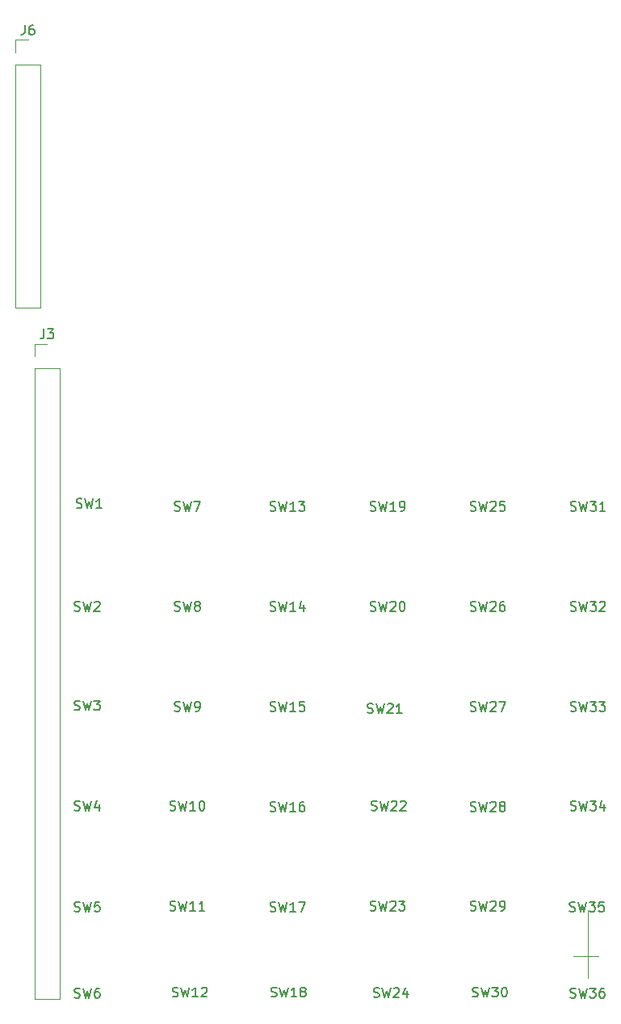
<source format=gbr>
G04 #@! TF.GenerationSoftware,KiCad,Pcbnew,5.1.5+dfsg1-2build2*
G04 #@! TF.CreationDate,2021-11-13T06:25:14+00:00*
G04 #@! TF.ProjectId,psion-org2-main,7073696f-6e2d-46f7-9267-322d6d61696e,rev?*
G04 #@! TF.SameCoordinates,Original*
G04 #@! TF.FileFunction,Legend,Top*
G04 #@! TF.FilePolarity,Positive*
%FSLAX46Y46*%
G04 Gerber Fmt 4.6, Leading zero omitted, Abs format (unit mm)*
G04 Created by KiCad (PCBNEW 5.1.5+dfsg1-2build2) date 2021-11-13 06:25:14*
%MOMM*%
%LPD*%
G04 APERTURE LIST*
%ADD10C,0.120000*%
%ADD11C,0.150000*%
G04 APERTURE END LIST*
D10*
X199900000Y-156700000D02*
X197300000Y-156700000D01*
X198800000Y-159000000D02*
X198800000Y-151900000D01*
X198800000Y-155100000D02*
X198800000Y-159000000D01*
X140770000Y-92530000D02*
X142100000Y-92530000D01*
X140770000Y-93860000D02*
X140770000Y-92530000D01*
X140770000Y-95130000D02*
X143430000Y-95130000D01*
X143430000Y-95130000D02*
X143430000Y-161230000D01*
X140770000Y-95130000D02*
X140770000Y-161230000D01*
X140770000Y-161230000D02*
X143430000Y-161230000D01*
X138770000Y-60670000D02*
X140100000Y-60670000D01*
X138770000Y-62000000D02*
X138770000Y-60670000D01*
X138770000Y-63270000D02*
X141430000Y-63270000D01*
X141430000Y-63270000D02*
X141430000Y-88730000D01*
X138770000Y-63270000D02*
X138770000Y-88730000D01*
X138770000Y-88730000D02*
X141430000Y-88730000D01*
D11*
X141766666Y-90982380D02*
X141766666Y-91696666D01*
X141719047Y-91839523D01*
X141623809Y-91934761D01*
X141480952Y-91982380D01*
X141385714Y-91982380D01*
X142147619Y-90982380D02*
X142766666Y-90982380D01*
X142433333Y-91363333D01*
X142576190Y-91363333D01*
X142671428Y-91410952D01*
X142719047Y-91458571D01*
X142766666Y-91553809D01*
X142766666Y-91791904D01*
X142719047Y-91887142D01*
X142671428Y-91934761D01*
X142576190Y-91982380D01*
X142290476Y-91982380D01*
X142195238Y-91934761D01*
X142147619Y-91887142D01*
X139766666Y-59122380D02*
X139766666Y-59836666D01*
X139719047Y-59979523D01*
X139623809Y-60074761D01*
X139480952Y-60122380D01*
X139385714Y-60122380D01*
X140671428Y-59122380D02*
X140480952Y-59122380D01*
X140385714Y-59170000D01*
X140338095Y-59217619D01*
X140242857Y-59360476D01*
X140195238Y-59550952D01*
X140195238Y-59931904D01*
X140242857Y-60027142D01*
X140290476Y-60074761D01*
X140385714Y-60122380D01*
X140576190Y-60122380D01*
X140671428Y-60074761D01*
X140719047Y-60027142D01*
X140766666Y-59931904D01*
X140766666Y-59693809D01*
X140719047Y-59598571D01*
X140671428Y-59550952D01*
X140576190Y-59503333D01*
X140385714Y-59503333D01*
X140290476Y-59550952D01*
X140242857Y-59598571D01*
X140195238Y-59693809D01*
X196990476Y-110004761D02*
X197133333Y-110052380D01*
X197371428Y-110052380D01*
X197466666Y-110004761D01*
X197514285Y-109957142D01*
X197561904Y-109861904D01*
X197561904Y-109766666D01*
X197514285Y-109671428D01*
X197466666Y-109623809D01*
X197371428Y-109576190D01*
X197180952Y-109528571D01*
X197085714Y-109480952D01*
X197038095Y-109433333D01*
X196990476Y-109338095D01*
X196990476Y-109242857D01*
X197038095Y-109147619D01*
X197085714Y-109100000D01*
X197180952Y-109052380D01*
X197419047Y-109052380D01*
X197561904Y-109100000D01*
X197895238Y-109052380D02*
X198133333Y-110052380D01*
X198323809Y-109338095D01*
X198514285Y-110052380D01*
X198752380Y-109052380D01*
X199038095Y-109052380D02*
X199657142Y-109052380D01*
X199323809Y-109433333D01*
X199466666Y-109433333D01*
X199561904Y-109480952D01*
X199609523Y-109528571D01*
X199657142Y-109623809D01*
X199657142Y-109861904D01*
X199609523Y-109957142D01*
X199561904Y-110004761D01*
X199466666Y-110052380D01*
X199180952Y-110052380D01*
X199085714Y-110004761D01*
X199038095Y-109957142D01*
X200609523Y-110052380D02*
X200038095Y-110052380D01*
X200323809Y-110052380D02*
X200323809Y-109052380D01*
X200228571Y-109195238D01*
X200133333Y-109290476D01*
X200038095Y-109338095D01*
X196940476Y-161054761D02*
X197083333Y-161102380D01*
X197321428Y-161102380D01*
X197416666Y-161054761D01*
X197464285Y-161007142D01*
X197511904Y-160911904D01*
X197511904Y-160816666D01*
X197464285Y-160721428D01*
X197416666Y-160673809D01*
X197321428Y-160626190D01*
X197130952Y-160578571D01*
X197035714Y-160530952D01*
X196988095Y-160483333D01*
X196940476Y-160388095D01*
X196940476Y-160292857D01*
X196988095Y-160197619D01*
X197035714Y-160150000D01*
X197130952Y-160102380D01*
X197369047Y-160102380D01*
X197511904Y-160150000D01*
X197845238Y-160102380D02*
X198083333Y-161102380D01*
X198273809Y-160388095D01*
X198464285Y-161102380D01*
X198702380Y-160102380D01*
X198988095Y-160102380D02*
X199607142Y-160102380D01*
X199273809Y-160483333D01*
X199416666Y-160483333D01*
X199511904Y-160530952D01*
X199559523Y-160578571D01*
X199607142Y-160673809D01*
X199607142Y-160911904D01*
X199559523Y-161007142D01*
X199511904Y-161054761D01*
X199416666Y-161102380D01*
X199130952Y-161102380D01*
X199035714Y-161054761D01*
X198988095Y-161007142D01*
X200464285Y-160102380D02*
X200273809Y-160102380D01*
X200178571Y-160150000D01*
X200130952Y-160197619D01*
X200035714Y-160340476D01*
X199988095Y-160530952D01*
X199988095Y-160911904D01*
X200035714Y-161007142D01*
X200083333Y-161054761D01*
X200178571Y-161102380D01*
X200369047Y-161102380D01*
X200464285Y-161054761D01*
X200511904Y-161007142D01*
X200559523Y-160911904D01*
X200559523Y-160673809D01*
X200511904Y-160578571D01*
X200464285Y-160530952D01*
X200369047Y-160483333D01*
X200178571Y-160483333D01*
X200083333Y-160530952D01*
X200035714Y-160578571D01*
X199988095Y-160673809D01*
X196890476Y-152004761D02*
X197033333Y-152052380D01*
X197271428Y-152052380D01*
X197366666Y-152004761D01*
X197414285Y-151957142D01*
X197461904Y-151861904D01*
X197461904Y-151766666D01*
X197414285Y-151671428D01*
X197366666Y-151623809D01*
X197271428Y-151576190D01*
X197080952Y-151528571D01*
X196985714Y-151480952D01*
X196938095Y-151433333D01*
X196890476Y-151338095D01*
X196890476Y-151242857D01*
X196938095Y-151147619D01*
X196985714Y-151100000D01*
X197080952Y-151052380D01*
X197319047Y-151052380D01*
X197461904Y-151100000D01*
X197795238Y-151052380D02*
X198033333Y-152052380D01*
X198223809Y-151338095D01*
X198414285Y-152052380D01*
X198652380Y-151052380D01*
X198938095Y-151052380D02*
X199557142Y-151052380D01*
X199223809Y-151433333D01*
X199366666Y-151433333D01*
X199461904Y-151480952D01*
X199509523Y-151528571D01*
X199557142Y-151623809D01*
X199557142Y-151861904D01*
X199509523Y-151957142D01*
X199461904Y-152004761D01*
X199366666Y-152052380D01*
X199080952Y-152052380D01*
X198985714Y-152004761D01*
X198938095Y-151957142D01*
X200461904Y-151052380D02*
X199985714Y-151052380D01*
X199938095Y-151528571D01*
X199985714Y-151480952D01*
X200080952Y-151433333D01*
X200319047Y-151433333D01*
X200414285Y-151480952D01*
X200461904Y-151528571D01*
X200509523Y-151623809D01*
X200509523Y-151861904D01*
X200461904Y-151957142D01*
X200414285Y-152004761D01*
X200319047Y-152052380D01*
X200080952Y-152052380D01*
X199985714Y-152004761D01*
X199938095Y-151957142D01*
X196990476Y-141404761D02*
X197133333Y-141452380D01*
X197371428Y-141452380D01*
X197466666Y-141404761D01*
X197514285Y-141357142D01*
X197561904Y-141261904D01*
X197561904Y-141166666D01*
X197514285Y-141071428D01*
X197466666Y-141023809D01*
X197371428Y-140976190D01*
X197180952Y-140928571D01*
X197085714Y-140880952D01*
X197038095Y-140833333D01*
X196990476Y-140738095D01*
X196990476Y-140642857D01*
X197038095Y-140547619D01*
X197085714Y-140500000D01*
X197180952Y-140452380D01*
X197419047Y-140452380D01*
X197561904Y-140500000D01*
X197895238Y-140452380D02*
X198133333Y-141452380D01*
X198323809Y-140738095D01*
X198514285Y-141452380D01*
X198752380Y-140452380D01*
X199038095Y-140452380D02*
X199657142Y-140452380D01*
X199323809Y-140833333D01*
X199466666Y-140833333D01*
X199561904Y-140880952D01*
X199609523Y-140928571D01*
X199657142Y-141023809D01*
X199657142Y-141261904D01*
X199609523Y-141357142D01*
X199561904Y-141404761D01*
X199466666Y-141452380D01*
X199180952Y-141452380D01*
X199085714Y-141404761D01*
X199038095Y-141357142D01*
X200514285Y-140785714D02*
X200514285Y-141452380D01*
X200276190Y-140404761D02*
X200038095Y-141119047D01*
X200657142Y-141119047D01*
X196990476Y-131004761D02*
X197133333Y-131052380D01*
X197371428Y-131052380D01*
X197466666Y-131004761D01*
X197514285Y-130957142D01*
X197561904Y-130861904D01*
X197561904Y-130766666D01*
X197514285Y-130671428D01*
X197466666Y-130623809D01*
X197371428Y-130576190D01*
X197180952Y-130528571D01*
X197085714Y-130480952D01*
X197038095Y-130433333D01*
X196990476Y-130338095D01*
X196990476Y-130242857D01*
X197038095Y-130147619D01*
X197085714Y-130100000D01*
X197180952Y-130052380D01*
X197419047Y-130052380D01*
X197561904Y-130100000D01*
X197895238Y-130052380D02*
X198133333Y-131052380D01*
X198323809Y-130338095D01*
X198514285Y-131052380D01*
X198752380Y-130052380D01*
X199038095Y-130052380D02*
X199657142Y-130052380D01*
X199323809Y-130433333D01*
X199466666Y-130433333D01*
X199561904Y-130480952D01*
X199609523Y-130528571D01*
X199657142Y-130623809D01*
X199657142Y-130861904D01*
X199609523Y-130957142D01*
X199561904Y-131004761D01*
X199466666Y-131052380D01*
X199180952Y-131052380D01*
X199085714Y-131004761D01*
X199038095Y-130957142D01*
X199990476Y-130052380D02*
X200609523Y-130052380D01*
X200276190Y-130433333D01*
X200419047Y-130433333D01*
X200514285Y-130480952D01*
X200561904Y-130528571D01*
X200609523Y-130623809D01*
X200609523Y-130861904D01*
X200561904Y-130957142D01*
X200514285Y-131004761D01*
X200419047Y-131052380D01*
X200133333Y-131052380D01*
X200038095Y-131004761D01*
X199990476Y-130957142D01*
X196990476Y-120504761D02*
X197133333Y-120552380D01*
X197371428Y-120552380D01*
X197466666Y-120504761D01*
X197514285Y-120457142D01*
X197561904Y-120361904D01*
X197561904Y-120266666D01*
X197514285Y-120171428D01*
X197466666Y-120123809D01*
X197371428Y-120076190D01*
X197180952Y-120028571D01*
X197085714Y-119980952D01*
X197038095Y-119933333D01*
X196990476Y-119838095D01*
X196990476Y-119742857D01*
X197038095Y-119647619D01*
X197085714Y-119600000D01*
X197180952Y-119552380D01*
X197419047Y-119552380D01*
X197561904Y-119600000D01*
X197895238Y-119552380D02*
X198133333Y-120552380D01*
X198323809Y-119838095D01*
X198514285Y-120552380D01*
X198752380Y-119552380D01*
X199038095Y-119552380D02*
X199657142Y-119552380D01*
X199323809Y-119933333D01*
X199466666Y-119933333D01*
X199561904Y-119980952D01*
X199609523Y-120028571D01*
X199657142Y-120123809D01*
X199657142Y-120361904D01*
X199609523Y-120457142D01*
X199561904Y-120504761D01*
X199466666Y-120552380D01*
X199180952Y-120552380D01*
X199085714Y-120504761D01*
X199038095Y-120457142D01*
X200038095Y-119647619D02*
X200085714Y-119600000D01*
X200180952Y-119552380D01*
X200419047Y-119552380D01*
X200514285Y-119600000D01*
X200561904Y-119647619D01*
X200609523Y-119742857D01*
X200609523Y-119838095D01*
X200561904Y-119980952D01*
X199990476Y-120552380D01*
X200609523Y-120552380D01*
X186690476Y-160954761D02*
X186833333Y-161002380D01*
X187071428Y-161002380D01*
X187166666Y-160954761D01*
X187214285Y-160907142D01*
X187261904Y-160811904D01*
X187261904Y-160716666D01*
X187214285Y-160621428D01*
X187166666Y-160573809D01*
X187071428Y-160526190D01*
X186880952Y-160478571D01*
X186785714Y-160430952D01*
X186738095Y-160383333D01*
X186690476Y-160288095D01*
X186690476Y-160192857D01*
X186738095Y-160097619D01*
X186785714Y-160050000D01*
X186880952Y-160002380D01*
X187119047Y-160002380D01*
X187261904Y-160050000D01*
X187595238Y-160002380D02*
X187833333Y-161002380D01*
X188023809Y-160288095D01*
X188214285Y-161002380D01*
X188452380Y-160002380D01*
X188738095Y-160002380D02*
X189357142Y-160002380D01*
X189023809Y-160383333D01*
X189166666Y-160383333D01*
X189261904Y-160430952D01*
X189309523Y-160478571D01*
X189357142Y-160573809D01*
X189357142Y-160811904D01*
X189309523Y-160907142D01*
X189261904Y-160954761D01*
X189166666Y-161002380D01*
X188880952Y-161002380D01*
X188785714Y-160954761D01*
X188738095Y-160907142D01*
X189976190Y-160002380D02*
X190071428Y-160002380D01*
X190166666Y-160050000D01*
X190214285Y-160097619D01*
X190261904Y-160192857D01*
X190309523Y-160383333D01*
X190309523Y-160621428D01*
X190261904Y-160811904D01*
X190214285Y-160907142D01*
X190166666Y-160954761D01*
X190071428Y-161002380D01*
X189976190Y-161002380D01*
X189880952Y-160954761D01*
X189833333Y-160907142D01*
X189785714Y-160811904D01*
X189738095Y-160621428D01*
X189738095Y-160383333D01*
X189785714Y-160192857D01*
X189833333Y-160097619D01*
X189880952Y-160050000D01*
X189976190Y-160002380D01*
X186490476Y-151904761D02*
X186633333Y-151952380D01*
X186871428Y-151952380D01*
X186966666Y-151904761D01*
X187014285Y-151857142D01*
X187061904Y-151761904D01*
X187061904Y-151666666D01*
X187014285Y-151571428D01*
X186966666Y-151523809D01*
X186871428Y-151476190D01*
X186680952Y-151428571D01*
X186585714Y-151380952D01*
X186538095Y-151333333D01*
X186490476Y-151238095D01*
X186490476Y-151142857D01*
X186538095Y-151047619D01*
X186585714Y-151000000D01*
X186680952Y-150952380D01*
X186919047Y-150952380D01*
X187061904Y-151000000D01*
X187395238Y-150952380D02*
X187633333Y-151952380D01*
X187823809Y-151238095D01*
X188014285Y-151952380D01*
X188252380Y-150952380D01*
X188585714Y-151047619D02*
X188633333Y-151000000D01*
X188728571Y-150952380D01*
X188966666Y-150952380D01*
X189061904Y-151000000D01*
X189109523Y-151047619D01*
X189157142Y-151142857D01*
X189157142Y-151238095D01*
X189109523Y-151380952D01*
X188538095Y-151952380D01*
X189157142Y-151952380D01*
X189633333Y-151952380D02*
X189823809Y-151952380D01*
X189919047Y-151904761D01*
X189966666Y-151857142D01*
X190061904Y-151714285D01*
X190109523Y-151523809D01*
X190109523Y-151142857D01*
X190061904Y-151047619D01*
X190014285Y-151000000D01*
X189919047Y-150952380D01*
X189728571Y-150952380D01*
X189633333Y-151000000D01*
X189585714Y-151047619D01*
X189538095Y-151142857D01*
X189538095Y-151380952D01*
X189585714Y-151476190D01*
X189633333Y-151523809D01*
X189728571Y-151571428D01*
X189919047Y-151571428D01*
X190014285Y-151523809D01*
X190061904Y-151476190D01*
X190109523Y-151380952D01*
X186490476Y-141504761D02*
X186633333Y-141552380D01*
X186871428Y-141552380D01*
X186966666Y-141504761D01*
X187014285Y-141457142D01*
X187061904Y-141361904D01*
X187061904Y-141266666D01*
X187014285Y-141171428D01*
X186966666Y-141123809D01*
X186871428Y-141076190D01*
X186680952Y-141028571D01*
X186585714Y-140980952D01*
X186538095Y-140933333D01*
X186490476Y-140838095D01*
X186490476Y-140742857D01*
X186538095Y-140647619D01*
X186585714Y-140600000D01*
X186680952Y-140552380D01*
X186919047Y-140552380D01*
X187061904Y-140600000D01*
X187395238Y-140552380D02*
X187633333Y-141552380D01*
X187823809Y-140838095D01*
X188014285Y-141552380D01*
X188252380Y-140552380D01*
X188585714Y-140647619D02*
X188633333Y-140600000D01*
X188728571Y-140552380D01*
X188966666Y-140552380D01*
X189061904Y-140600000D01*
X189109523Y-140647619D01*
X189157142Y-140742857D01*
X189157142Y-140838095D01*
X189109523Y-140980952D01*
X188538095Y-141552380D01*
X189157142Y-141552380D01*
X189728571Y-140980952D02*
X189633333Y-140933333D01*
X189585714Y-140885714D01*
X189538095Y-140790476D01*
X189538095Y-140742857D01*
X189585714Y-140647619D01*
X189633333Y-140600000D01*
X189728571Y-140552380D01*
X189919047Y-140552380D01*
X190014285Y-140600000D01*
X190061904Y-140647619D01*
X190109523Y-140742857D01*
X190109523Y-140790476D01*
X190061904Y-140885714D01*
X190014285Y-140933333D01*
X189919047Y-140980952D01*
X189728571Y-140980952D01*
X189633333Y-141028571D01*
X189585714Y-141076190D01*
X189538095Y-141171428D01*
X189538095Y-141361904D01*
X189585714Y-141457142D01*
X189633333Y-141504761D01*
X189728571Y-141552380D01*
X189919047Y-141552380D01*
X190014285Y-141504761D01*
X190061904Y-141457142D01*
X190109523Y-141361904D01*
X190109523Y-141171428D01*
X190061904Y-141076190D01*
X190014285Y-141028571D01*
X189919047Y-140980952D01*
X186490476Y-131004761D02*
X186633333Y-131052380D01*
X186871428Y-131052380D01*
X186966666Y-131004761D01*
X187014285Y-130957142D01*
X187061904Y-130861904D01*
X187061904Y-130766666D01*
X187014285Y-130671428D01*
X186966666Y-130623809D01*
X186871428Y-130576190D01*
X186680952Y-130528571D01*
X186585714Y-130480952D01*
X186538095Y-130433333D01*
X186490476Y-130338095D01*
X186490476Y-130242857D01*
X186538095Y-130147619D01*
X186585714Y-130100000D01*
X186680952Y-130052380D01*
X186919047Y-130052380D01*
X187061904Y-130100000D01*
X187395238Y-130052380D02*
X187633333Y-131052380D01*
X187823809Y-130338095D01*
X188014285Y-131052380D01*
X188252380Y-130052380D01*
X188585714Y-130147619D02*
X188633333Y-130100000D01*
X188728571Y-130052380D01*
X188966666Y-130052380D01*
X189061904Y-130100000D01*
X189109523Y-130147619D01*
X189157142Y-130242857D01*
X189157142Y-130338095D01*
X189109523Y-130480952D01*
X188538095Y-131052380D01*
X189157142Y-131052380D01*
X189490476Y-130052380D02*
X190157142Y-130052380D01*
X189728571Y-131052380D01*
X186490476Y-120504761D02*
X186633333Y-120552380D01*
X186871428Y-120552380D01*
X186966666Y-120504761D01*
X187014285Y-120457142D01*
X187061904Y-120361904D01*
X187061904Y-120266666D01*
X187014285Y-120171428D01*
X186966666Y-120123809D01*
X186871428Y-120076190D01*
X186680952Y-120028571D01*
X186585714Y-119980952D01*
X186538095Y-119933333D01*
X186490476Y-119838095D01*
X186490476Y-119742857D01*
X186538095Y-119647619D01*
X186585714Y-119600000D01*
X186680952Y-119552380D01*
X186919047Y-119552380D01*
X187061904Y-119600000D01*
X187395238Y-119552380D02*
X187633333Y-120552380D01*
X187823809Y-119838095D01*
X188014285Y-120552380D01*
X188252380Y-119552380D01*
X188585714Y-119647619D02*
X188633333Y-119600000D01*
X188728571Y-119552380D01*
X188966666Y-119552380D01*
X189061904Y-119600000D01*
X189109523Y-119647619D01*
X189157142Y-119742857D01*
X189157142Y-119838095D01*
X189109523Y-119980952D01*
X188538095Y-120552380D01*
X189157142Y-120552380D01*
X190014285Y-119552380D02*
X189823809Y-119552380D01*
X189728571Y-119600000D01*
X189680952Y-119647619D01*
X189585714Y-119790476D01*
X189538095Y-119980952D01*
X189538095Y-120361904D01*
X189585714Y-120457142D01*
X189633333Y-120504761D01*
X189728571Y-120552380D01*
X189919047Y-120552380D01*
X190014285Y-120504761D01*
X190061904Y-120457142D01*
X190109523Y-120361904D01*
X190109523Y-120123809D01*
X190061904Y-120028571D01*
X190014285Y-119980952D01*
X189919047Y-119933333D01*
X189728571Y-119933333D01*
X189633333Y-119980952D01*
X189585714Y-120028571D01*
X189538095Y-120123809D01*
X186490476Y-110004761D02*
X186633333Y-110052380D01*
X186871428Y-110052380D01*
X186966666Y-110004761D01*
X187014285Y-109957142D01*
X187061904Y-109861904D01*
X187061904Y-109766666D01*
X187014285Y-109671428D01*
X186966666Y-109623809D01*
X186871428Y-109576190D01*
X186680952Y-109528571D01*
X186585714Y-109480952D01*
X186538095Y-109433333D01*
X186490476Y-109338095D01*
X186490476Y-109242857D01*
X186538095Y-109147619D01*
X186585714Y-109100000D01*
X186680952Y-109052380D01*
X186919047Y-109052380D01*
X187061904Y-109100000D01*
X187395238Y-109052380D02*
X187633333Y-110052380D01*
X187823809Y-109338095D01*
X188014285Y-110052380D01*
X188252380Y-109052380D01*
X188585714Y-109147619D02*
X188633333Y-109100000D01*
X188728571Y-109052380D01*
X188966666Y-109052380D01*
X189061904Y-109100000D01*
X189109523Y-109147619D01*
X189157142Y-109242857D01*
X189157142Y-109338095D01*
X189109523Y-109480952D01*
X188538095Y-110052380D01*
X189157142Y-110052380D01*
X190061904Y-109052380D02*
X189585714Y-109052380D01*
X189538095Y-109528571D01*
X189585714Y-109480952D01*
X189680952Y-109433333D01*
X189919047Y-109433333D01*
X190014285Y-109480952D01*
X190061904Y-109528571D01*
X190109523Y-109623809D01*
X190109523Y-109861904D01*
X190061904Y-109957142D01*
X190014285Y-110004761D01*
X189919047Y-110052380D01*
X189680952Y-110052380D01*
X189585714Y-110004761D01*
X189538095Y-109957142D01*
X176340476Y-161004761D02*
X176483333Y-161052380D01*
X176721428Y-161052380D01*
X176816666Y-161004761D01*
X176864285Y-160957142D01*
X176911904Y-160861904D01*
X176911904Y-160766666D01*
X176864285Y-160671428D01*
X176816666Y-160623809D01*
X176721428Y-160576190D01*
X176530952Y-160528571D01*
X176435714Y-160480952D01*
X176388095Y-160433333D01*
X176340476Y-160338095D01*
X176340476Y-160242857D01*
X176388095Y-160147619D01*
X176435714Y-160100000D01*
X176530952Y-160052380D01*
X176769047Y-160052380D01*
X176911904Y-160100000D01*
X177245238Y-160052380D02*
X177483333Y-161052380D01*
X177673809Y-160338095D01*
X177864285Y-161052380D01*
X178102380Y-160052380D01*
X178435714Y-160147619D02*
X178483333Y-160100000D01*
X178578571Y-160052380D01*
X178816666Y-160052380D01*
X178911904Y-160100000D01*
X178959523Y-160147619D01*
X179007142Y-160242857D01*
X179007142Y-160338095D01*
X178959523Y-160480952D01*
X178388095Y-161052380D01*
X179007142Y-161052380D01*
X179864285Y-160385714D02*
X179864285Y-161052380D01*
X179626190Y-160004761D02*
X179388095Y-160719047D01*
X180007142Y-160719047D01*
X175990476Y-151904761D02*
X176133333Y-151952380D01*
X176371428Y-151952380D01*
X176466666Y-151904761D01*
X176514285Y-151857142D01*
X176561904Y-151761904D01*
X176561904Y-151666666D01*
X176514285Y-151571428D01*
X176466666Y-151523809D01*
X176371428Y-151476190D01*
X176180952Y-151428571D01*
X176085714Y-151380952D01*
X176038095Y-151333333D01*
X175990476Y-151238095D01*
X175990476Y-151142857D01*
X176038095Y-151047619D01*
X176085714Y-151000000D01*
X176180952Y-150952380D01*
X176419047Y-150952380D01*
X176561904Y-151000000D01*
X176895238Y-150952380D02*
X177133333Y-151952380D01*
X177323809Y-151238095D01*
X177514285Y-151952380D01*
X177752380Y-150952380D01*
X178085714Y-151047619D02*
X178133333Y-151000000D01*
X178228571Y-150952380D01*
X178466666Y-150952380D01*
X178561904Y-151000000D01*
X178609523Y-151047619D01*
X178657142Y-151142857D01*
X178657142Y-151238095D01*
X178609523Y-151380952D01*
X178038095Y-151952380D01*
X178657142Y-151952380D01*
X178990476Y-150952380D02*
X179609523Y-150952380D01*
X179276190Y-151333333D01*
X179419047Y-151333333D01*
X179514285Y-151380952D01*
X179561904Y-151428571D01*
X179609523Y-151523809D01*
X179609523Y-151761904D01*
X179561904Y-151857142D01*
X179514285Y-151904761D01*
X179419047Y-151952380D01*
X179133333Y-151952380D01*
X179038095Y-151904761D01*
X178990476Y-151857142D01*
X176090476Y-141404761D02*
X176233333Y-141452380D01*
X176471428Y-141452380D01*
X176566666Y-141404761D01*
X176614285Y-141357142D01*
X176661904Y-141261904D01*
X176661904Y-141166666D01*
X176614285Y-141071428D01*
X176566666Y-141023809D01*
X176471428Y-140976190D01*
X176280952Y-140928571D01*
X176185714Y-140880952D01*
X176138095Y-140833333D01*
X176090476Y-140738095D01*
X176090476Y-140642857D01*
X176138095Y-140547619D01*
X176185714Y-140500000D01*
X176280952Y-140452380D01*
X176519047Y-140452380D01*
X176661904Y-140500000D01*
X176995238Y-140452380D02*
X177233333Y-141452380D01*
X177423809Y-140738095D01*
X177614285Y-141452380D01*
X177852380Y-140452380D01*
X178185714Y-140547619D02*
X178233333Y-140500000D01*
X178328571Y-140452380D01*
X178566666Y-140452380D01*
X178661904Y-140500000D01*
X178709523Y-140547619D01*
X178757142Y-140642857D01*
X178757142Y-140738095D01*
X178709523Y-140880952D01*
X178138095Y-141452380D01*
X178757142Y-141452380D01*
X179138095Y-140547619D02*
X179185714Y-140500000D01*
X179280952Y-140452380D01*
X179519047Y-140452380D01*
X179614285Y-140500000D01*
X179661904Y-140547619D01*
X179709523Y-140642857D01*
X179709523Y-140738095D01*
X179661904Y-140880952D01*
X179090476Y-141452380D01*
X179709523Y-141452380D01*
X175690476Y-131204761D02*
X175833333Y-131252380D01*
X176071428Y-131252380D01*
X176166666Y-131204761D01*
X176214285Y-131157142D01*
X176261904Y-131061904D01*
X176261904Y-130966666D01*
X176214285Y-130871428D01*
X176166666Y-130823809D01*
X176071428Y-130776190D01*
X175880952Y-130728571D01*
X175785714Y-130680952D01*
X175738095Y-130633333D01*
X175690476Y-130538095D01*
X175690476Y-130442857D01*
X175738095Y-130347619D01*
X175785714Y-130300000D01*
X175880952Y-130252380D01*
X176119047Y-130252380D01*
X176261904Y-130300000D01*
X176595238Y-130252380D02*
X176833333Y-131252380D01*
X177023809Y-130538095D01*
X177214285Y-131252380D01*
X177452380Y-130252380D01*
X177785714Y-130347619D02*
X177833333Y-130300000D01*
X177928571Y-130252380D01*
X178166666Y-130252380D01*
X178261904Y-130300000D01*
X178309523Y-130347619D01*
X178357142Y-130442857D01*
X178357142Y-130538095D01*
X178309523Y-130680952D01*
X177738095Y-131252380D01*
X178357142Y-131252380D01*
X179309523Y-131252380D02*
X178738095Y-131252380D01*
X179023809Y-131252380D02*
X179023809Y-130252380D01*
X178928571Y-130395238D01*
X178833333Y-130490476D01*
X178738095Y-130538095D01*
X175990476Y-120504761D02*
X176133333Y-120552380D01*
X176371428Y-120552380D01*
X176466666Y-120504761D01*
X176514285Y-120457142D01*
X176561904Y-120361904D01*
X176561904Y-120266666D01*
X176514285Y-120171428D01*
X176466666Y-120123809D01*
X176371428Y-120076190D01*
X176180952Y-120028571D01*
X176085714Y-119980952D01*
X176038095Y-119933333D01*
X175990476Y-119838095D01*
X175990476Y-119742857D01*
X176038095Y-119647619D01*
X176085714Y-119600000D01*
X176180952Y-119552380D01*
X176419047Y-119552380D01*
X176561904Y-119600000D01*
X176895238Y-119552380D02*
X177133333Y-120552380D01*
X177323809Y-119838095D01*
X177514285Y-120552380D01*
X177752380Y-119552380D01*
X178085714Y-119647619D02*
X178133333Y-119600000D01*
X178228571Y-119552380D01*
X178466666Y-119552380D01*
X178561904Y-119600000D01*
X178609523Y-119647619D01*
X178657142Y-119742857D01*
X178657142Y-119838095D01*
X178609523Y-119980952D01*
X178038095Y-120552380D01*
X178657142Y-120552380D01*
X179276190Y-119552380D02*
X179371428Y-119552380D01*
X179466666Y-119600000D01*
X179514285Y-119647619D01*
X179561904Y-119742857D01*
X179609523Y-119933333D01*
X179609523Y-120171428D01*
X179561904Y-120361904D01*
X179514285Y-120457142D01*
X179466666Y-120504761D01*
X179371428Y-120552380D01*
X179276190Y-120552380D01*
X179180952Y-120504761D01*
X179133333Y-120457142D01*
X179085714Y-120361904D01*
X179038095Y-120171428D01*
X179038095Y-119933333D01*
X179085714Y-119742857D01*
X179133333Y-119647619D01*
X179180952Y-119600000D01*
X179276190Y-119552380D01*
X175990476Y-110004761D02*
X176133333Y-110052380D01*
X176371428Y-110052380D01*
X176466666Y-110004761D01*
X176514285Y-109957142D01*
X176561904Y-109861904D01*
X176561904Y-109766666D01*
X176514285Y-109671428D01*
X176466666Y-109623809D01*
X176371428Y-109576190D01*
X176180952Y-109528571D01*
X176085714Y-109480952D01*
X176038095Y-109433333D01*
X175990476Y-109338095D01*
X175990476Y-109242857D01*
X176038095Y-109147619D01*
X176085714Y-109100000D01*
X176180952Y-109052380D01*
X176419047Y-109052380D01*
X176561904Y-109100000D01*
X176895238Y-109052380D02*
X177133333Y-110052380D01*
X177323809Y-109338095D01*
X177514285Y-110052380D01*
X177752380Y-109052380D01*
X178657142Y-110052380D02*
X178085714Y-110052380D01*
X178371428Y-110052380D02*
X178371428Y-109052380D01*
X178276190Y-109195238D01*
X178180952Y-109290476D01*
X178085714Y-109338095D01*
X179133333Y-110052380D02*
X179323809Y-110052380D01*
X179419047Y-110004761D01*
X179466666Y-109957142D01*
X179561904Y-109814285D01*
X179609523Y-109623809D01*
X179609523Y-109242857D01*
X179561904Y-109147619D01*
X179514285Y-109100000D01*
X179419047Y-109052380D01*
X179228571Y-109052380D01*
X179133333Y-109100000D01*
X179085714Y-109147619D01*
X179038095Y-109242857D01*
X179038095Y-109480952D01*
X179085714Y-109576190D01*
X179133333Y-109623809D01*
X179228571Y-109671428D01*
X179419047Y-109671428D01*
X179514285Y-109623809D01*
X179561904Y-109576190D01*
X179609523Y-109480952D01*
X165590476Y-160954761D02*
X165733333Y-161002380D01*
X165971428Y-161002380D01*
X166066666Y-160954761D01*
X166114285Y-160907142D01*
X166161904Y-160811904D01*
X166161904Y-160716666D01*
X166114285Y-160621428D01*
X166066666Y-160573809D01*
X165971428Y-160526190D01*
X165780952Y-160478571D01*
X165685714Y-160430952D01*
X165638095Y-160383333D01*
X165590476Y-160288095D01*
X165590476Y-160192857D01*
X165638095Y-160097619D01*
X165685714Y-160050000D01*
X165780952Y-160002380D01*
X166019047Y-160002380D01*
X166161904Y-160050000D01*
X166495238Y-160002380D02*
X166733333Y-161002380D01*
X166923809Y-160288095D01*
X167114285Y-161002380D01*
X167352380Y-160002380D01*
X168257142Y-161002380D02*
X167685714Y-161002380D01*
X167971428Y-161002380D02*
X167971428Y-160002380D01*
X167876190Y-160145238D01*
X167780952Y-160240476D01*
X167685714Y-160288095D01*
X168828571Y-160430952D02*
X168733333Y-160383333D01*
X168685714Y-160335714D01*
X168638095Y-160240476D01*
X168638095Y-160192857D01*
X168685714Y-160097619D01*
X168733333Y-160050000D01*
X168828571Y-160002380D01*
X169019047Y-160002380D01*
X169114285Y-160050000D01*
X169161904Y-160097619D01*
X169209523Y-160192857D01*
X169209523Y-160240476D01*
X169161904Y-160335714D01*
X169114285Y-160383333D01*
X169019047Y-160430952D01*
X168828571Y-160430952D01*
X168733333Y-160478571D01*
X168685714Y-160526190D01*
X168638095Y-160621428D01*
X168638095Y-160811904D01*
X168685714Y-160907142D01*
X168733333Y-160954761D01*
X168828571Y-161002380D01*
X169019047Y-161002380D01*
X169114285Y-160954761D01*
X169161904Y-160907142D01*
X169209523Y-160811904D01*
X169209523Y-160621428D01*
X169161904Y-160526190D01*
X169114285Y-160478571D01*
X169019047Y-160430952D01*
X165490476Y-152004761D02*
X165633333Y-152052380D01*
X165871428Y-152052380D01*
X165966666Y-152004761D01*
X166014285Y-151957142D01*
X166061904Y-151861904D01*
X166061904Y-151766666D01*
X166014285Y-151671428D01*
X165966666Y-151623809D01*
X165871428Y-151576190D01*
X165680952Y-151528571D01*
X165585714Y-151480952D01*
X165538095Y-151433333D01*
X165490476Y-151338095D01*
X165490476Y-151242857D01*
X165538095Y-151147619D01*
X165585714Y-151100000D01*
X165680952Y-151052380D01*
X165919047Y-151052380D01*
X166061904Y-151100000D01*
X166395238Y-151052380D02*
X166633333Y-152052380D01*
X166823809Y-151338095D01*
X167014285Y-152052380D01*
X167252380Y-151052380D01*
X168157142Y-152052380D02*
X167585714Y-152052380D01*
X167871428Y-152052380D02*
X167871428Y-151052380D01*
X167776190Y-151195238D01*
X167680952Y-151290476D01*
X167585714Y-151338095D01*
X168490476Y-151052380D02*
X169157142Y-151052380D01*
X168728571Y-152052380D01*
X165490476Y-141504761D02*
X165633333Y-141552380D01*
X165871428Y-141552380D01*
X165966666Y-141504761D01*
X166014285Y-141457142D01*
X166061904Y-141361904D01*
X166061904Y-141266666D01*
X166014285Y-141171428D01*
X165966666Y-141123809D01*
X165871428Y-141076190D01*
X165680952Y-141028571D01*
X165585714Y-140980952D01*
X165538095Y-140933333D01*
X165490476Y-140838095D01*
X165490476Y-140742857D01*
X165538095Y-140647619D01*
X165585714Y-140600000D01*
X165680952Y-140552380D01*
X165919047Y-140552380D01*
X166061904Y-140600000D01*
X166395238Y-140552380D02*
X166633333Y-141552380D01*
X166823809Y-140838095D01*
X167014285Y-141552380D01*
X167252380Y-140552380D01*
X168157142Y-141552380D02*
X167585714Y-141552380D01*
X167871428Y-141552380D02*
X167871428Y-140552380D01*
X167776190Y-140695238D01*
X167680952Y-140790476D01*
X167585714Y-140838095D01*
X169014285Y-140552380D02*
X168823809Y-140552380D01*
X168728571Y-140600000D01*
X168680952Y-140647619D01*
X168585714Y-140790476D01*
X168538095Y-140980952D01*
X168538095Y-141361904D01*
X168585714Y-141457142D01*
X168633333Y-141504761D01*
X168728571Y-141552380D01*
X168919047Y-141552380D01*
X169014285Y-141504761D01*
X169061904Y-141457142D01*
X169109523Y-141361904D01*
X169109523Y-141123809D01*
X169061904Y-141028571D01*
X169014285Y-140980952D01*
X168919047Y-140933333D01*
X168728571Y-140933333D01*
X168633333Y-140980952D01*
X168585714Y-141028571D01*
X168538095Y-141123809D01*
X165490476Y-131004761D02*
X165633333Y-131052380D01*
X165871428Y-131052380D01*
X165966666Y-131004761D01*
X166014285Y-130957142D01*
X166061904Y-130861904D01*
X166061904Y-130766666D01*
X166014285Y-130671428D01*
X165966666Y-130623809D01*
X165871428Y-130576190D01*
X165680952Y-130528571D01*
X165585714Y-130480952D01*
X165538095Y-130433333D01*
X165490476Y-130338095D01*
X165490476Y-130242857D01*
X165538095Y-130147619D01*
X165585714Y-130100000D01*
X165680952Y-130052380D01*
X165919047Y-130052380D01*
X166061904Y-130100000D01*
X166395238Y-130052380D02*
X166633333Y-131052380D01*
X166823809Y-130338095D01*
X167014285Y-131052380D01*
X167252380Y-130052380D01*
X168157142Y-131052380D02*
X167585714Y-131052380D01*
X167871428Y-131052380D02*
X167871428Y-130052380D01*
X167776190Y-130195238D01*
X167680952Y-130290476D01*
X167585714Y-130338095D01*
X169061904Y-130052380D02*
X168585714Y-130052380D01*
X168538095Y-130528571D01*
X168585714Y-130480952D01*
X168680952Y-130433333D01*
X168919047Y-130433333D01*
X169014285Y-130480952D01*
X169061904Y-130528571D01*
X169109523Y-130623809D01*
X169109523Y-130861904D01*
X169061904Y-130957142D01*
X169014285Y-131004761D01*
X168919047Y-131052380D01*
X168680952Y-131052380D01*
X168585714Y-131004761D01*
X168538095Y-130957142D01*
X165490476Y-120504761D02*
X165633333Y-120552380D01*
X165871428Y-120552380D01*
X165966666Y-120504761D01*
X166014285Y-120457142D01*
X166061904Y-120361904D01*
X166061904Y-120266666D01*
X166014285Y-120171428D01*
X165966666Y-120123809D01*
X165871428Y-120076190D01*
X165680952Y-120028571D01*
X165585714Y-119980952D01*
X165538095Y-119933333D01*
X165490476Y-119838095D01*
X165490476Y-119742857D01*
X165538095Y-119647619D01*
X165585714Y-119600000D01*
X165680952Y-119552380D01*
X165919047Y-119552380D01*
X166061904Y-119600000D01*
X166395238Y-119552380D02*
X166633333Y-120552380D01*
X166823809Y-119838095D01*
X167014285Y-120552380D01*
X167252380Y-119552380D01*
X168157142Y-120552380D02*
X167585714Y-120552380D01*
X167871428Y-120552380D02*
X167871428Y-119552380D01*
X167776190Y-119695238D01*
X167680952Y-119790476D01*
X167585714Y-119838095D01*
X169014285Y-119885714D02*
X169014285Y-120552380D01*
X168776190Y-119504761D02*
X168538095Y-120219047D01*
X169157142Y-120219047D01*
X165490476Y-110004761D02*
X165633333Y-110052380D01*
X165871428Y-110052380D01*
X165966666Y-110004761D01*
X166014285Y-109957142D01*
X166061904Y-109861904D01*
X166061904Y-109766666D01*
X166014285Y-109671428D01*
X165966666Y-109623809D01*
X165871428Y-109576190D01*
X165680952Y-109528571D01*
X165585714Y-109480952D01*
X165538095Y-109433333D01*
X165490476Y-109338095D01*
X165490476Y-109242857D01*
X165538095Y-109147619D01*
X165585714Y-109100000D01*
X165680952Y-109052380D01*
X165919047Y-109052380D01*
X166061904Y-109100000D01*
X166395238Y-109052380D02*
X166633333Y-110052380D01*
X166823809Y-109338095D01*
X167014285Y-110052380D01*
X167252380Y-109052380D01*
X168157142Y-110052380D02*
X167585714Y-110052380D01*
X167871428Y-110052380D02*
X167871428Y-109052380D01*
X167776190Y-109195238D01*
X167680952Y-109290476D01*
X167585714Y-109338095D01*
X168490476Y-109052380D02*
X169109523Y-109052380D01*
X168776190Y-109433333D01*
X168919047Y-109433333D01*
X169014285Y-109480952D01*
X169061904Y-109528571D01*
X169109523Y-109623809D01*
X169109523Y-109861904D01*
X169061904Y-109957142D01*
X169014285Y-110004761D01*
X168919047Y-110052380D01*
X168633333Y-110052380D01*
X168538095Y-110004761D01*
X168490476Y-109957142D01*
X155240476Y-160954761D02*
X155383333Y-161002380D01*
X155621428Y-161002380D01*
X155716666Y-160954761D01*
X155764285Y-160907142D01*
X155811904Y-160811904D01*
X155811904Y-160716666D01*
X155764285Y-160621428D01*
X155716666Y-160573809D01*
X155621428Y-160526190D01*
X155430952Y-160478571D01*
X155335714Y-160430952D01*
X155288095Y-160383333D01*
X155240476Y-160288095D01*
X155240476Y-160192857D01*
X155288095Y-160097619D01*
X155335714Y-160050000D01*
X155430952Y-160002380D01*
X155669047Y-160002380D01*
X155811904Y-160050000D01*
X156145238Y-160002380D02*
X156383333Y-161002380D01*
X156573809Y-160288095D01*
X156764285Y-161002380D01*
X157002380Y-160002380D01*
X157907142Y-161002380D02*
X157335714Y-161002380D01*
X157621428Y-161002380D02*
X157621428Y-160002380D01*
X157526190Y-160145238D01*
X157430952Y-160240476D01*
X157335714Y-160288095D01*
X158288095Y-160097619D02*
X158335714Y-160050000D01*
X158430952Y-160002380D01*
X158669047Y-160002380D01*
X158764285Y-160050000D01*
X158811904Y-160097619D01*
X158859523Y-160192857D01*
X158859523Y-160288095D01*
X158811904Y-160430952D01*
X158240476Y-161002380D01*
X158859523Y-161002380D01*
X154990476Y-151904761D02*
X155133333Y-151952380D01*
X155371428Y-151952380D01*
X155466666Y-151904761D01*
X155514285Y-151857142D01*
X155561904Y-151761904D01*
X155561904Y-151666666D01*
X155514285Y-151571428D01*
X155466666Y-151523809D01*
X155371428Y-151476190D01*
X155180952Y-151428571D01*
X155085714Y-151380952D01*
X155038095Y-151333333D01*
X154990476Y-151238095D01*
X154990476Y-151142857D01*
X155038095Y-151047619D01*
X155085714Y-151000000D01*
X155180952Y-150952380D01*
X155419047Y-150952380D01*
X155561904Y-151000000D01*
X155895238Y-150952380D02*
X156133333Y-151952380D01*
X156323809Y-151238095D01*
X156514285Y-151952380D01*
X156752380Y-150952380D01*
X157657142Y-151952380D02*
X157085714Y-151952380D01*
X157371428Y-151952380D02*
X157371428Y-150952380D01*
X157276190Y-151095238D01*
X157180952Y-151190476D01*
X157085714Y-151238095D01*
X158609523Y-151952380D02*
X158038095Y-151952380D01*
X158323809Y-151952380D02*
X158323809Y-150952380D01*
X158228571Y-151095238D01*
X158133333Y-151190476D01*
X158038095Y-151238095D01*
X154990476Y-141404761D02*
X155133333Y-141452380D01*
X155371428Y-141452380D01*
X155466666Y-141404761D01*
X155514285Y-141357142D01*
X155561904Y-141261904D01*
X155561904Y-141166666D01*
X155514285Y-141071428D01*
X155466666Y-141023809D01*
X155371428Y-140976190D01*
X155180952Y-140928571D01*
X155085714Y-140880952D01*
X155038095Y-140833333D01*
X154990476Y-140738095D01*
X154990476Y-140642857D01*
X155038095Y-140547619D01*
X155085714Y-140500000D01*
X155180952Y-140452380D01*
X155419047Y-140452380D01*
X155561904Y-140500000D01*
X155895238Y-140452380D02*
X156133333Y-141452380D01*
X156323809Y-140738095D01*
X156514285Y-141452380D01*
X156752380Y-140452380D01*
X157657142Y-141452380D02*
X157085714Y-141452380D01*
X157371428Y-141452380D02*
X157371428Y-140452380D01*
X157276190Y-140595238D01*
X157180952Y-140690476D01*
X157085714Y-140738095D01*
X158276190Y-140452380D02*
X158371428Y-140452380D01*
X158466666Y-140500000D01*
X158514285Y-140547619D01*
X158561904Y-140642857D01*
X158609523Y-140833333D01*
X158609523Y-141071428D01*
X158561904Y-141261904D01*
X158514285Y-141357142D01*
X158466666Y-141404761D01*
X158371428Y-141452380D01*
X158276190Y-141452380D01*
X158180952Y-141404761D01*
X158133333Y-141357142D01*
X158085714Y-141261904D01*
X158038095Y-141071428D01*
X158038095Y-140833333D01*
X158085714Y-140642857D01*
X158133333Y-140547619D01*
X158180952Y-140500000D01*
X158276190Y-140452380D01*
X155466666Y-131004761D02*
X155609523Y-131052380D01*
X155847619Y-131052380D01*
X155942857Y-131004761D01*
X155990476Y-130957142D01*
X156038095Y-130861904D01*
X156038095Y-130766666D01*
X155990476Y-130671428D01*
X155942857Y-130623809D01*
X155847619Y-130576190D01*
X155657142Y-130528571D01*
X155561904Y-130480952D01*
X155514285Y-130433333D01*
X155466666Y-130338095D01*
X155466666Y-130242857D01*
X155514285Y-130147619D01*
X155561904Y-130100000D01*
X155657142Y-130052380D01*
X155895238Y-130052380D01*
X156038095Y-130100000D01*
X156371428Y-130052380D02*
X156609523Y-131052380D01*
X156800000Y-130338095D01*
X156990476Y-131052380D01*
X157228571Y-130052380D01*
X157657142Y-131052380D02*
X157847619Y-131052380D01*
X157942857Y-131004761D01*
X157990476Y-130957142D01*
X158085714Y-130814285D01*
X158133333Y-130623809D01*
X158133333Y-130242857D01*
X158085714Y-130147619D01*
X158038095Y-130100000D01*
X157942857Y-130052380D01*
X157752380Y-130052380D01*
X157657142Y-130100000D01*
X157609523Y-130147619D01*
X157561904Y-130242857D01*
X157561904Y-130480952D01*
X157609523Y-130576190D01*
X157657142Y-130623809D01*
X157752380Y-130671428D01*
X157942857Y-130671428D01*
X158038095Y-130623809D01*
X158085714Y-130576190D01*
X158133333Y-130480952D01*
X155466666Y-120504761D02*
X155609523Y-120552380D01*
X155847619Y-120552380D01*
X155942857Y-120504761D01*
X155990476Y-120457142D01*
X156038095Y-120361904D01*
X156038095Y-120266666D01*
X155990476Y-120171428D01*
X155942857Y-120123809D01*
X155847619Y-120076190D01*
X155657142Y-120028571D01*
X155561904Y-119980952D01*
X155514285Y-119933333D01*
X155466666Y-119838095D01*
X155466666Y-119742857D01*
X155514285Y-119647619D01*
X155561904Y-119600000D01*
X155657142Y-119552380D01*
X155895238Y-119552380D01*
X156038095Y-119600000D01*
X156371428Y-119552380D02*
X156609523Y-120552380D01*
X156800000Y-119838095D01*
X156990476Y-120552380D01*
X157228571Y-119552380D01*
X157752380Y-119980952D02*
X157657142Y-119933333D01*
X157609523Y-119885714D01*
X157561904Y-119790476D01*
X157561904Y-119742857D01*
X157609523Y-119647619D01*
X157657142Y-119600000D01*
X157752380Y-119552380D01*
X157942857Y-119552380D01*
X158038095Y-119600000D01*
X158085714Y-119647619D01*
X158133333Y-119742857D01*
X158133333Y-119790476D01*
X158085714Y-119885714D01*
X158038095Y-119933333D01*
X157942857Y-119980952D01*
X157752380Y-119980952D01*
X157657142Y-120028571D01*
X157609523Y-120076190D01*
X157561904Y-120171428D01*
X157561904Y-120361904D01*
X157609523Y-120457142D01*
X157657142Y-120504761D01*
X157752380Y-120552380D01*
X157942857Y-120552380D01*
X158038095Y-120504761D01*
X158085714Y-120457142D01*
X158133333Y-120361904D01*
X158133333Y-120171428D01*
X158085714Y-120076190D01*
X158038095Y-120028571D01*
X157942857Y-119980952D01*
X155466666Y-110004761D02*
X155609523Y-110052380D01*
X155847619Y-110052380D01*
X155942857Y-110004761D01*
X155990476Y-109957142D01*
X156038095Y-109861904D01*
X156038095Y-109766666D01*
X155990476Y-109671428D01*
X155942857Y-109623809D01*
X155847619Y-109576190D01*
X155657142Y-109528571D01*
X155561904Y-109480952D01*
X155514285Y-109433333D01*
X155466666Y-109338095D01*
X155466666Y-109242857D01*
X155514285Y-109147619D01*
X155561904Y-109100000D01*
X155657142Y-109052380D01*
X155895238Y-109052380D01*
X156038095Y-109100000D01*
X156371428Y-109052380D02*
X156609523Y-110052380D01*
X156800000Y-109338095D01*
X156990476Y-110052380D01*
X157228571Y-109052380D01*
X157514285Y-109052380D02*
X158180952Y-109052380D01*
X157752380Y-110052380D01*
X144966666Y-161054761D02*
X145109523Y-161102380D01*
X145347619Y-161102380D01*
X145442857Y-161054761D01*
X145490476Y-161007142D01*
X145538095Y-160911904D01*
X145538095Y-160816666D01*
X145490476Y-160721428D01*
X145442857Y-160673809D01*
X145347619Y-160626190D01*
X145157142Y-160578571D01*
X145061904Y-160530952D01*
X145014285Y-160483333D01*
X144966666Y-160388095D01*
X144966666Y-160292857D01*
X145014285Y-160197619D01*
X145061904Y-160150000D01*
X145157142Y-160102380D01*
X145395238Y-160102380D01*
X145538095Y-160150000D01*
X145871428Y-160102380D02*
X146109523Y-161102380D01*
X146300000Y-160388095D01*
X146490476Y-161102380D01*
X146728571Y-160102380D01*
X147538095Y-160102380D02*
X147347619Y-160102380D01*
X147252380Y-160150000D01*
X147204761Y-160197619D01*
X147109523Y-160340476D01*
X147061904Y-160530952D01*
X147061904Y-160911904D01*
X147109523Y-161007142D01*
X147157142Y-161054761D01*
X147252380Y-161102380D01*
X147442857Y-161102380D01*
X147538095Y-161054761D01*
X147585714Y-161007142D01*
X147633333Y-160911904D01*
X147633333Y-160673809D01*
X147585714Y-160578571D01*
X147538095Y-160530952D01*
X147442857Y-160483333D01*
X147252380Y-160483333D01*
X147157142Y-160530952D01*
X147109523Y-160578571D01*
X147061904Y-160673809D01*
X144966666Y-152004761D02*
X145109523Y-152052380D01*
X145347619Y-152052380D01*
X145442857Y-152004761D01*
X145490476Y-151957142D01*
X145538095Y-151861904D01*
X145538095Y-151766666D01*
X145490476Y-151671428D01*
X145442857Y-151623809D01*
X145347619Y-151576190D01*
X145157142Y-151528571D01*
X145061904Y-151480952D01*
X145014285Y-151433333D01*
X144966666Y-151338095D01*
X144966666Y-151242857D01*
X145014285Y-151147619D01*
X145061904Y-151100000D01*
X145157142Y-151052380D01*
X145395238Y-151052380D01*
X145538095Y-151100000D01*
X145871428Y-151052380D02*
X146109523Y-152052380D01*
X146300000Y-151338095D01*
X146490476Y-152052380D01*
X146728571Y-151052380D01*
X147585714Y-151052380D02*
X147109523Y-151052380D01*
X147061904Y-151528571D01*
X147109523Y-151480952D01*
X147204761Y-151433333D01*
X147442857Y-151433333D01*
X147538095Y-151480952D01*
X147585714Y-151528571D01*
X147633333Y-151623809D01*
X147633333Y-151861904D01*
X147585714Y-151957142D01*
X147538095Y-152004761D01*
X147442857Y-152052380D01*
X147204761Y-152052380D01*
X147109523Y-152004761D01*
X147061904Y-151957142D01*
X144966666Y-141404761D02*
X145109523Y-141452380D01*
X145347619Y-141452380D01*
X145442857Y-141404761D01*
X145490476Y-141357142D01*
X145538095Y-141261904D01*
X145538095Y-141166666D01*
X145490476Y-141071428D01*
X145442857Y-141023809D01*
X145347619Y-140976190D01*
X145157142Y-140928571D01*
X145061904Y-140880952D01*
X145014285Y-140833333D01*
X144966666Y-140738095D01*
X144966666Y-140642857D01*
X145014285Y-140547619D01*
X145061904Y-140500000D01*
X145157142Y-140452380D01*
X145395238Y-140452380D01*
X145538095Y-140500000D01*
X145871428Y-140452380D02*
X146109523Y-141452380D01*
X146300000Y-140738095D01*
X146490476Y-141452380D01*
X146728571Y-140452380D01*
X147538095Y-140785714D02*
X147538095Y-141452380D01*
X147300000Y-140404761D02*
X147061904Y-141119047D01*
X147680952Y-141119047D01*
X144966666Y-130904761D02*
X145109523Y-130952380D01*
X145347619Y-130952380D01*
X145442857Y-130904761D01*
X145490476Y-130857142D01*
X145538095Y-130761904D01*
X145538095Y-130666666D01*
X145490476Y-130571428D01*
X145442857Y-130523809D01*
X145347619Y-130476190D01*
X145157142Y-130428571D01*
X145061904Y-130380952D01*
X145014285Y-130333333D01*
X144966666Y-130238095D01*
X144966666Y-130142857D01*
X145014285Y-130047619D01*
X145061904Y-130000000D01*
X145157142Y-129952380D01*
X145395238Y-129952380D01*
X145538095Y-130000000D01*
X145871428Y-129952380D02*
X146109523Y-130952380D01*
X146300000Y-130238095D01*
X146490476Y-130952380D01*
X146728571Y-129952380D01*
X147014285Y-129952380D02*
X147633333Y-129952380D01*
X147300000Y-130333333D01*
X147442857Y-130333333D01*
X147538095Y-130380952D01*
X147585714Y-130428571D01*
X147633333Y-130523809D01*
X147633333Y-130761904D01*
X147585714Y-130857142D01*
X147538095Y-130904761D01*
X147442857Y-130952380D01*
X147157142Y-130952380D01*
X147061904Y-130904761D01*
X147014285Y-130857142D01*
X144966666Y-120504761D02*
X145109523Y-120552380D01*
X145347619Y-120552380D01*
X145442857Y-120504761D01*
X145490476Y-120457142D01*
X145538095Y-120361904D01*
X145538095Y-120266666D01*
X145490476Y-120171428D01*
X145442857Y-120123809D01*
X145347619Y-120076190D01*
X145157142Y-120028571D01*
X145061904Y-119980952D01*
X145014285Y-119933333D01*
X144966666Y-119838095D01*
X144966666Y-119742857D01*
X145014285Y-119647619D01*
X145061904Y-119600000D01*
X145157142Y-119552380D01*
X145395238Y-119552380D01*
X145538095Y-119600000D01*
X145871428Y-119552380D02*
X146109523Y-120552380D01*
X146300000Y-119838095D01*
X146490476Y-120552380D01*
X146728571Y-119552380D01*
X147061904Y-119647619D02*
X147109523Y-119600000D01*
X147204761Y-119552380D01*
X147442857Y-119552380D01*
X147538095Y-119600000D01*
X147585714Y-119647619D01*
X147633333Y-119742857D01*
X147633333Y-119838095D01*
X147585714Y-119980952D01*
X147014285Y-120552380D01*
X147633333Y-120552380D01*
X145166666Y-109704761D02*
X145309523Y-109752380D01*
X145547619Y-109752380D01*
X145642857Y-109704761D01*
X145690476Y-109657142D01*
X145738095Y-109561904D01*
X145738095Y-109466666D01*
X145690476Y-109371428D01*
X145642857Y-109323809D01*
X145547619Y-109276190D01*
X145357142Y-109228571D01*
X145261904Y-109180952D01*
X145214285Y-109133333D01*
X145166666Y-109038095D01*
X145166666Y-108942857D01*
X145214285Y-108847619D01*
X145261904Y-108800000D01*
X145357142Y-108752380D01*
X145595238Y-108752380D01*
X145738095Y-108800000D01*
X146071428Y-108752380D02*
X146309523Y-109752380D01*
X146500000Y-109038095D01*
X146690476Y-109752380D01*
X146928571Y-108752380D01*
X147833333Y-109752380D02*
X147261904Y-109752380D01*
X147547619Y-109752380D02*
X147547619Y-108752380D01*
X147452380Y-108895238D01*
X147357142Y-108990476D01*
X147261904Y-109038095D01*
M02*

</source>
